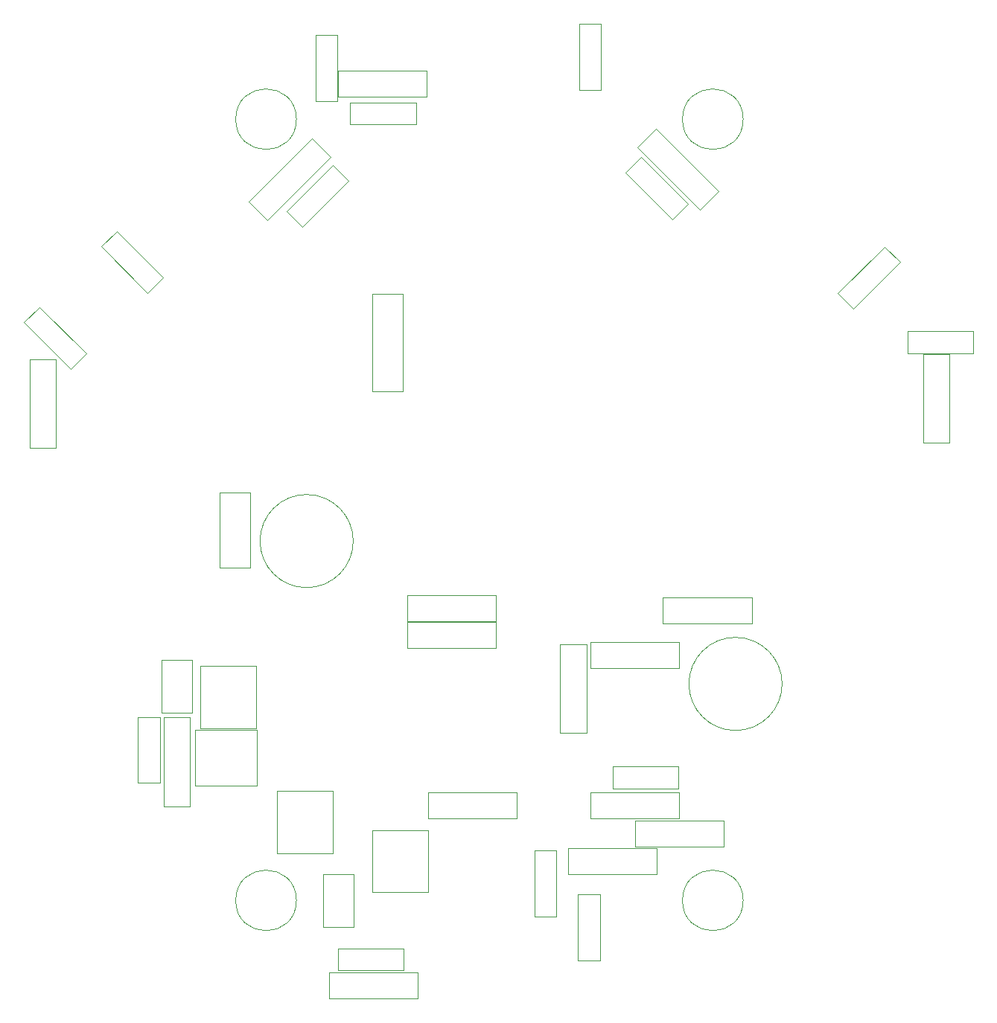
<source format=gbr>
G04 #@! TF.FileFunction,Other,User*
%FSLAX46Y46*%
G04 Gerber Fmt 4.6, Leading zero omitted, Abs format (unit mm)*
G04 Created by KiCad (PCBNEW 4.0.4-stable) date 12/10/16 14:43:47*
%MOMM*%
%LPD*%
G01*
G04 APERTURE LIST*
%ADD10C,0.100000*%
%ADD11C,0.050000*%
G04 APERTURE END LIST*
D10*
D11*
X139093000Y-76990000D02*
X139093000Y-88140000D01*
X142593000Y-76990000D02*
X142593000Y-88140000D01*
X139093000Y-76990000D02*
X142593000Y-76990000D01*
X139093000Y-88140000D02*
X142593000Y-88140000D01*
X199918000Y-81300000D02*
X207418000Y-81300000D01*
X207418000Y-81300000D02*
X207418000Y-83800000D01*
X207418000Y-83800000D02*
X199918000Y-83800000D01*
X199918000Y-83800000D02*
X199918000Y-81300000D01*
X169672000Y-61478233D02*
X174975301Y-66781534D01*
X174975301Y-66781534D02*
X173207534Y-68549301D01*
X173207534Y-68549301D02*
X167904233Y-63246000D01*
X167904233Y-63246000D02*
X169672000Y-61478233D01*
X136545000Y-55265000D02*
X144045000Y-55265000D01*
X144045000Y-55265000D02*
X144045000Y-57765000D01*
X144045000Y-57765000D02*
X136545000Y-57765000D01*
X136545000Y-57765000D02*
X136545000Y-55265000D01*
X136387767Y-64135000D02*
X131084466Y-69438301D01*
X131084466Y-69438301D02*
X129316699Y-67670534D01*
X129316699Y-67670534D02*
X134620000Y-62367233D01*
X134620000Y-62367233D02*
X136387767Y-64135000D01*
X104775000Y-85587767D02*
X99471699Y-80284466D01*
X99471699Y-80284466D02*
X101239466Y-78516699D01*
X101239466Y-78516699D02*
X106542767Y-83820000D01*
X106542767Y-83820000D02*
X104775000Y-85587767D01*
X135148000Y-151531000D02*
X142648000Y-151531000D01*
X142648000Y-151531000D02*
X142648000Y-154031000D01*
X142648000Y-154031000D02*
X135148000Y-154031000D01*
X135148000Y-154031000D02*
X135148000Y-151531000D01*
X192034233Y-76962000D02*
X197337534Y-71658699D01*
X197337534Y-71658699D02*
X199105301Y-73426466D01*
X199105301Y-73426466D02*
X193802000Y-78729767D01*
X193802000Y-78729767D02*
X192034233Y-76962000D01*
X162580000Y-53828000D02*
X162580000Y-46328000D01*
X162580000Y-46328000D02*
X165080000Y-46328000D01*
X165080000Y-46328000D02*
X165080000Y-53828000D01*
X165080000Y-53828000D02*
X162580000Y-53828000D01*
X132608000Y-55098000D02*
X132608000Y-47598000D01*
X132608000Y-47598000D02*
X135108000Y-47598000D01*
X135108000Y-47598000D02*
X135108000Y-55098000D01*
X135108000Y-55098000D02*
X132608000Y-55098000D01*
X113538000Y-76951767D02*
X108234699Y-71648466D01*
X108234699Y-71648466D02*
X110002466Y-69880699D01*
X110002466Y-69880699D02*
X115305767Y-75184000D01*
X115305767Y-75184000D02*
X113538000Y-76951767D01*
X162453000Y-152888000D02*
X162453000Y-145388000D01*
X162453000Y-145388000D02*
X164953000Y-145388000D01*
X164953000Y-145388000D02*
X164953000Y-152888000D01*
X164953000Y-152888000D02*
X162453000Y-152888000D01*
X112415000Y-132695000D02*
X112415000Y-125195000D01*
X112415000Y-125195000D02*
X114915000Y-125195000D01*
X114915000Y-125195000D02*
X114915000Y-132695000D01*
X114915000Y-132695000D02*
X112415000Y-132695000D01*
X166390000Y-130830000D02*
X173890000Y-130830000D01*
X173890000Y-130830000D02*
X173890000Y-133330000D01*
X173890000Y-133330000D02*
X166390000Y-133330000D01*
X166390000Y-133330000D02*
X166390000Y-130830000D01*
X160000000Y-140355000D02*
X160000000Y-147855000D01*
X160000000Y-147855000D02*
X157500000Y-147855000D01*
X157500000Y-147855000D02*
X157500000Y-140355000D01*
X157500000Y-140355000D02*
X160000000Y-140355000D01*
X185680000Y-121412000D02*
G75*
G03X185680000Y-121412000I-5300000J0D01*
G01*
X115090000Y-118646000D02*
X115090000Y-124696000D01*
X118590000Y-118646000D02*
X118590000Y-124696000D01*
X115090000Y-118646000D02*
X118590000Y-118646000D01*
X115090000Y-124696000D02*
X118590000Y-124696000D01*
X145435000Y-133755000D02*
X155535000Y-133755000D01*
X145435000Y-136755000D02*
X145435000Y-133755000D01*
X155535000Y-133755000D02*
X155535000Y-136755000D01*
X145435000Y-136755000D02*
X155535000Y-136755000D01*
X163850000Y-133755000D02*
X173950000Y-133755000D01*
X163850000Y-136755000D02*
X163850000Y-133755000D01*
X173950000Y-133755000D02*
X173950000Y-136755000D01*
X163850000Y-136755000D02*
X173950000Y-136755000D01*
X171430000Y-143105000D02*
X161330000Y-143105000D01*
X171430000Y-140105000D02*
X171430000Y-143105000D01*
X161330000Y-143105000D02*
X161330000Y-140105000D01*
X171430000Y-140105000D02*
X161330000Y-140105000D01*
X179050000Y-139930000D02*
X168950000Y-139930000D01*
X179050000Y-136930000D02*
X179050000Y-139930000D01*
X168950000Y-139930000D02*
X168950000Y-136930000D01*
X179050000Y-136930000D02*
X168950000Y-136930000D01*
X163850000Y-116610000D02*
X173950000Y-116610000D01*
X163850000Y-119610000D02*
X163850000Y-116610000D01*
X173950000Y-116610000D02*
X173950000Y-119610000D01*
X163850000Y-119610000D02*
X173950000Y-119610000D01*
X160425000Y-126980000D02*
X160425000Y-116880000D01*
X163425000Y-126980000D02*
X160425000Y-126980000D01*
X160425000Y-116880000D02*
X163425000Y-116880000D01*
X163425000Y-126980000D02*
X163425000Y-116880000D01*
X153142000Y-117324000D02*
X143042000Y-117324000D01*
X153142000Y-114324000D02*
X153142000Y-117324000D01*
X143042000Y-117324000D02*
X143042000Y-114324000D01*
X153142000Y-114324000D02*
X143042000Y-114324000D01*
X143022000Y-111276000D02*
X153122000Y-111276000D01*
X143022000Y-114276000D02*
X143022000Y-111276000D01*
X153122000Y-111276000D02*
X153122000Y-114276000D01*
X143022000Y-114276000D02*
X153122000Y-114276000D01*
X182225000Y-114530000D02*
X172125000Y-114530000D01*
X182225000Y-111530000D02*
X182225000Y-114530000D01*
X172125000Y-114530000D02*
X172125000Y-111530000D01*
X182225000Y-111530000D02*
X172125000Y-111530000D01*
X144252000Y-157202000D02*
X134152000Y-157202000D01*
X144252000Y-154202000D02*
X144252000Y-157202000D01*
X134152000Y-157202000D02*
X134152000Y-154202000D01*
X144252000Y-154202000D02*
X134152000Y-154202000D01*
X100100000Y-94595000D02*
X100100000Y-84495000D01*
X103100000Y-94595000D02*
X100100000Y-94595000D01*
X100100000Y-84495000D02*
X103100000Y-84495000D01*
X103100000Y-94595000D02*
X103100000Y-84495000D01*
X125055456Y-66498223D02*
X132197235Y-59356445D01*
X127176777Y-68619544D02*
X125055456Y-66498223D01*
X132197235Y-59356445D02*
X134318555Y-61477765D01*
X127176777Y-68619544D02*
X134318555Y-61477765D01*
X145268000Y-54586000D02*
X135168000Y-54586000D01*
X145268000Y-51586000D02*
X145268000Y-54586000D01*
X135168000Y-54586000D02*
X135168000Y-51586000D01*
X145268000Y-51586000D02*
X135168000Y-51586000D01*
X176353223Y-67476544D02*
X169211445Y-60334765D01*
X178474544Y-65355223D02*
X176353223Y-67476544D01*
X169211445Y-60334765D02*
X171332765Y-58213445D01*
X178474544Y-65355223D02*
X171332765Y-58213445D01*
X201700000Y-93960000D02*
X201700000Y-83860000D01*
X204700000Y-93960000D02*
X201700000Y-93960000D01*
X201700000Y-83860000D02*
X204700000Y-83860000D01*
X204700000Y-93960000D02*
X204700000Y-83860000D01*
X128275000Y-140660000D02*
X128275000Y-133610000D01*
X128275000Y-133610000D02*
X134625000Y-133610000D01*
X134625000Y-133610000D02*
X134625000Y-140660000D01*
X134625000Y-140660000D02*
X128275000Y-140660000D01*
X133505000Y-143030000D02*
X133505000Y-149080000D01*
X137005000Y-143030000D02*
X137005000Y-149080000D01*
X133505000Y-143030000D02*
X137005000Y-143030000D01*
X133505000Y-149080000D02*
X137005000Y-149080000D01*
X136912000Y-105156000D02*
G75*
G03X136912000Y-105156000I-5300000J0D01*
G01*
X119512000Y-126436000D02*
X119512000Y-119386000D01*
X119512000Y-119386000D02*
X125862000Y-119386000D01*
X125862000Y-119386000D02*
X125862000Y-126436000D01*
X125862000Y-126436000D02*
X119512000Y-126436000D01*
X121694000Y-99596000D02*
X121694000Y-108196000D01*
X125194000Y-99596000D02*
X125194000Y-108196000D01*
X121694000Y-99596000D02*
X125194000Y-99596000D01*
X121694000Y-108196000D02*
X125194000Y-108196000D01*
X118340000Y-125242000D02*
X118340000Y-135342000D01*
X115340000Y-125242000D02*
X118340000Y-125242000D01*
X118340000Y-135342000D02*
X115340000Y-135342000D01*
X115340000Y-125242000D02*
X115340000Y-135342000D01*
X139070000Y-145105000D02*
X139070000Y-138055000D01*
X139070000Y-138055000D02*
X145420000Y-138055000D01*
X145420000Y-138055000D02*
X145420000Y-145105000D01*
X145420000Y-145105000D02*
X139070000Y-145105000D01*
X118928000Y-126624000D02*
X125978000Y-126624000D01*
X125978000Y-126624000D02*
X125978000Y-132974000D01*
X125978000Y-132974000D02*
X118928000Y-132974000D01*
X118928000Y-132974000D02*
X118928000Y-126624000D01*
X130450000Y-146050000D02*
G75*
G03X130450000Y-146050000I-3450000J0D01*
G01*
X181250000Y-146050000D02*
G75*
G03X181250000Y-146050000I-3450000J0D01*
G01*
X181250000Y-57150000D02*
G75*
G03X181250000Y-57150000I-3450000J0D01*
G01*
X130450000Y-57150000D02*
G75*
G03X130450000Y-57150000I-3450000J0D01*
G01*
M02*

</source>
